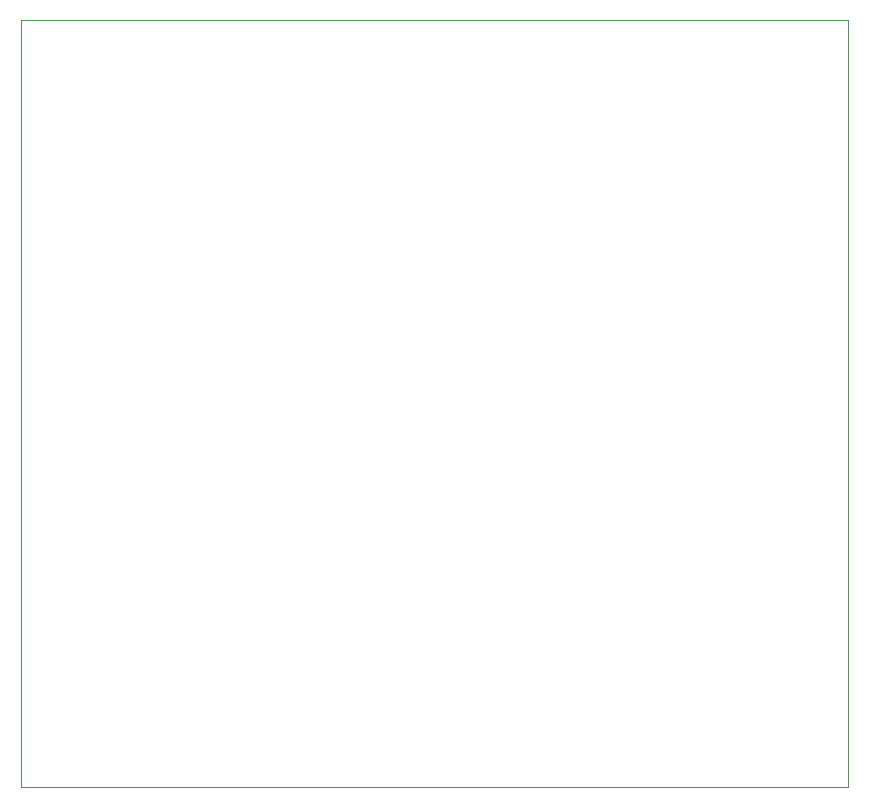
<source format=gbr>
G04 #@! TF.GenerationSoftware,KiCad,Pcbnew,(5.1.7)-1*
G04 #@! TF.CreationDate,2020-12-28T01:12:10+01:00*
G04 #@! TF.ProjectId,power,706f7765-722e-46b6-9963-61645f706362,rev?*
G04 #@! TF.SameCoordinates,Original*
G04 #@! TF.FileFunction,Profile,NP*
%FSLAX46Y46*%
G04 Gerber Fmt 4.6, Leading zero omitted, Abs format (unit mm)*
G04 Created by KiCad (PCBNEW (5.1.7)-1) date 2020-12-28 01:12:10*
%MOMM*%
%LPD*%
G01*
G04 APERTURE LIST*
G04 #@! TA.AperFunction,Profile*
%ADD10C,0.050000*%
G04 #@! TD*
G04 APERTURE END LIST*
D10*
X97460000Y-27460000D02*
X27460000Y-27460000D01*
X97460000Y-92460000D02*
X97460000Y-27460000D01*
X27460000Y-92460000D02*
X97460000Y-92460000D01*
X27460000Y-27460000D02*
X27460000Y-92460000D01*
M02*

</source>
